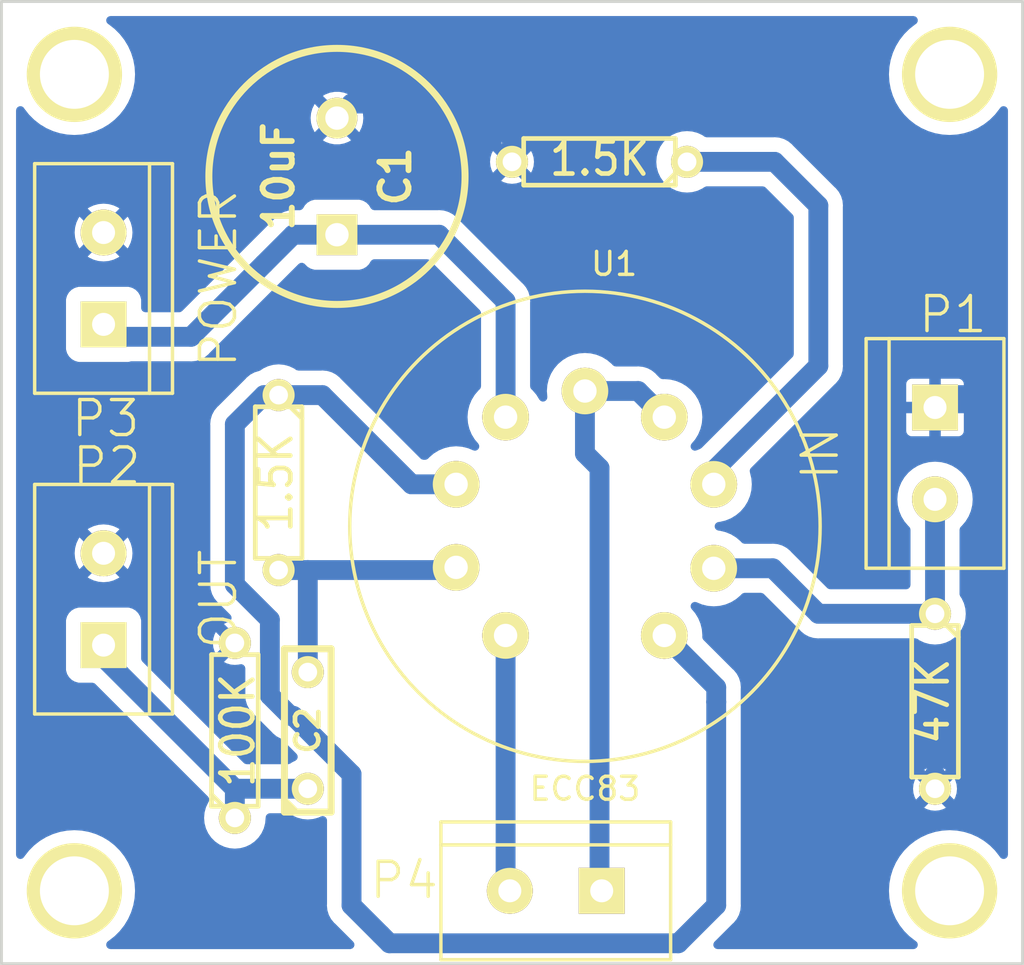
<source format=kicad_pcb>
(kicad_pcb (version 20221018) (generator pcbnew)
  (layers (0 "F.Cu" signal "Composant") (31 "B.Cu" signal "Cuivre") (34 "B.Paste" user) (35 "F.Paste" user) (36 "B.SilkS" user "B.Silkscreen") (37 "F.SilkS" user "F.Silkscreen") (38 "B.Mask" user) (39 "F.Mask" user) (44 "Edge.Cuts" user))
  (net 0 "")
  (net 1 "GND")
  (net 2 "Net-(C1-Pad1)")
  (net 3 "Net-(C2-Pad1)")
  (net 4 "Net-(C2-Pad2)")
  (net 5 "Net-(P1-Pad2)")
  (net 6 "Net-(P4-Pad1)")
  (net 7 "Net-(P4-Pad2)")
  (net 8 "Net-(R1-Pad1)")
  (net 9 "Net-(R2-Pad1)")
  (net 10 "Net-(P5-Pad1)")
  (net 11 "Net-(P6-Pad1)")
  (net 12 "Net-(P7-Pad1)")
  (net 13 "Net-(P8-Pad1)")
  (footprint "discret:C2V10" (layer "F.Cu") (at 138.43 98.425 90)
    (fp_text reference "C1" (at 0 2.54 90) (layer "F.SilkS") (effects (font (size 1.27 1.27) (thickness 0.254))))
    (fp_text value "10uF" (at 0 -2.54 90) (layer "F.SilkS") (effects (font (size 1.27 1.27) (thickness 0.254))))
    (fp_circle (center 0 0) (end 4.826 -2.794) (stroke (width 0.3048)) (fill none) (layer "F.SilkS"))
    (pad "1" thru_hole rect (at -2.54 0 90) (size 1.778 1.778) (drill 1.016) (layers "*.Cu" "*.Mask" "F.SilkS") (net 2 "Net-(C1-Pad1)"))
    (pad "2" thru_hole circle (at 2.54 0 90) (size 1.778 1.778) (drill 1.016) (layers "*.Cu" "*.Mask" "F.SilkS") (net 1 "GND"))
  )
  (footprint "discret:C2" (layer "F.Cu") (at 137.16 122.555 90)
    (fp_text reference "C2" (at 0 0 90) (layer "F.SilkS") (effects (font (size 1.016 1.016) (thickness 0.2032))))
    (fp_text value "680nF" hide)
    (fp_line (start -3.556 -1.016) (end 3.556 -1.016) (stroke (width 0.3048)) (layer "F.SilkS"))
    (fp_line (start -3.556 -0.508) (end -3.048 -1.016) (stroke (width 0.3048)) (layer "F.SilkS"))
    (fp_line (start -3.556 1.016) (end -3.556 -1.016) (stroke (width 0.3048)) (layer "F.SilkS"))
    (fp_line (start 3.556 -1.016) (end 3.556 1.016) (stroke (width 0.3048)) (layer "F.SilkS"))
    (fp_line (start 3.556 1.016) (end -3.556 1.016) (stroke (width 0.3048)) (layer "F.SilkS"))
    (pad "1" thru_hole circle (at -2.54 0 90) (size 1.397 1.397) (drill 0.8128) (layers "*.Cu" "*.Mask" "F.SilkS") (net 3 "Net-(C2-Pad1)"))
    (pad "2" thru_hole circle (at 2.54 0 90) (size 1.397 1.397) (drill 0.8128) (layers "*.Cu" "*.Mask" "F.SilkS") (net 4 "Net-(C2-Pad2)"))
  )
  (footprint "connect:bornier2" (layer "F.Cu") (at 164.465 110.49 -90)
    (fp_text reference "P1" (at -6.05 -0.775) (layer "F.SilkS") (effects (font (size 1.524 1.524))))
    (fp_text value "IN" (at 0 5 270) (layer "F.SilkS") (effects (font (size 1.524 1.524))))
    (fp_line (start -5 -3) (end -5 3) (stroke (width 0.15)) (layer "F.SilkS"))
    (fp_line (start -5 3) (end 5 3) (stroke (width 0.15)) (layer "F.SilkS"))
    (fp_line (start 5 -3) (end -5 -3) (stroke (width 0.15)) (layer "F.SilkS"))
    (fp_line (start 5 2) (end -5 2) (stroke (width 0.15)) (layer "F.SilkS"))
    (fp_line (start 5 3) (end 5 -3) (stroke (width 0.15)) (layer "F.SilkS"))
    (pad "1" thru_hole rect (at -2 0 270) (size 2 2) (drill 1) (layers "*.Cu" "*.Mask" "F.SilkS") (net 1 "GND"))
    (pad "2" thru_hole circle (at 2 0 270) (size 2 2) (drill 1) (layers "*.Cu" "*.Mask" "F.SilkS") (net 5 "Net-(P1-Pad2)"))
  )
  (footprint "connect:bornier2" (layer "F.Cu") (at 128.27 116.84 90)
    (fp_text reference "P2" (at 5.81 0.14 180) (layer "F.SilkS") (effects (font (size 1.524 1.524))))
    (fp_text value "OUT" (at 0 5 90) (layer "F.SilkS") (effects (font (size 1.524 1.524))))
    (fp_line (start -5 -3) (end -5 3) (stroke (width 0.15)) (layer "F.SilkS"))
    (fp_line (start -5 3) (end 5 3) (stroke (width 0.15)) (layer "F.SilkS"))
    (fp_line (start 5 -3) (end -5 -3) (stroke (width 0.15)) (layer "F.SilkS"))
    (fp_line (start 5 2) (end -5 2) (stroke (width 0.15)) (layer "F.SilkS"))
    (fp_line (start 5 3) (end 5 -3) (stroke (width 0.15)) (layer "F.SilkS"))
    (pad "1" thru_hole rect (at -2 0 90) (size 2 2) (drill 1) (layers "*.Cu" "*.Mask" "F.SilkS") (net 3 "Net-(C2-Pad1)"))
    (pad "2" thru_hole circle (at 2 0 90) (size 2 2) (drill 1) (layers "*.Cu" "*.Mask" "F.SilkS") (net 1 "GND"))
  )
  (footprint "connect:bornier2" (layer "F.Cu") (at 128.27 102.87 90)
    (fp_text reference "P3" (at -6.1 0.09 180) (layer "F.SilkS") (effects (font (size 1.524 1.524))))
    (fp_text value "POWER" (at 0 5 90) (layer "F.SilkS") (effects (font (size 1.524 1.524))))
    (fp_line (start -5 -3) (end -5 3) (stroke (width 0.15)) (layer "F.SilkS"))
    (fp_line (start -5 3) (end 5 3) (stroke (width 0.15)) (layer "F.SilkS"))
    (fp_line (start 5 -3) (end -5 -3) (stroke (width 0.15)) (layer "F.SilkS"))
    (fp_line (start 5 2) (end -5 2) (stroke (width 0.15)) (layer "F.SilkS"))
    (fp_line (start 5 3) (end 5 -3) (stroke (width 0.15)) (layer "F.SilkS"))
    (pad "1" thru_hole rect (at -2 0 90) (size 2 2) (drill 1) (layers "*.Cu" "*.Mask" "F.SilkS") (net 2 "Net-(C1-Pad1)"))
    (pad "2" thru_hole circle (at 2 0 90) (size 2 2) (drill 1) (layers "*.Cu" "*.Mask" "F.SilkS") (net 1 "GND"))
  )
  (footprint "connect:bornier2" (layer "F.Cu") (at 147.955 129.54 180)
    (fp_text reference "P4" (at 6.605 0.46 180) (layer "F.SilkS") (effects (font (size 1.524 1.524))))
    (fp_text value "CONN_2" hide)
    (fp_line (start -5 -3) (end -5 3) (stroke (width 0.15)) (layer "F.SilkS"))
    (fp_line (start -5 3) (end 5 3) (stroke (width 0.15)) (layer "F.SilkS"))
    (fp_line (start 5 -3) (end -5 -3) (stroke (width 0.15)) (layer "F.SilkS"))
    (fp_line (start 5 2) (end -5 2) (stroke (width 0.15)) (layer "F.SilkS"))
    (fp_line (start 5 3) (end 5 -3) (stroke (width 0.15)) (layer "F.SilkS"))
    (pad "1" thru_hole rect (at -2 0 180) (size 2 2) (drill 1) (layers "*.Cu" "*.Mask" "F.SilkS") (net 6 "Net-(P4-Pad1)"))
    (pad "2" thru_hole circle (at 2 0 180) (size 2 2) (drill 1) (layers "*.Cu" "*.Mask" "F.SilkS") (net 7 "Net-(P4-Pad2)"))
  )
  (footprint "connect:1pin" (layer "F.Cu") (at 127 93.98)
    (fp_text reference "P5" hide)
    (fp_text value "CONN_1" hide)
    (fp_circle (center 0 0) (end 0 -2) (stroke (width 0.15)) (fill none) (layer "F.SilkS"))
    (pad "1" thru_hole circle (at 0 0) (size 4 4) (drill 3) (layers "*.Cu" "*.Mask" "F.SilkS") (net 10 "Net-(P5-Pad1)"))
  )
  (footprint "connect:1pin" (layer "F.Cu") (at 165.1 93.98)
    (fp_text reference "P6" hide)
    (fp_text value "CONN_1" hide)
    (fp_circle (center 0 0) (end 0 -2) (stroke (width 0.15)) (fill none) (layer "F.SilkS"))
    (pad "1" thru_hole circle (at 0 0) (size 4 4) (drill 3) (layers "*.Cu" "*.Mask" "F.SilkS") (net 11 "Net-(P6-Pad1)"))
  )
  (footprint "connect:1pin" (layer "F.Cu") (at 165.1 129.54)
    (fp_text reference "P7" hide)
    (fp_text value "CONN_1" hide)
    (fp_circle (center 0 0) (end 0 -2) (stroke (width 0.15)) (fill none) (layer "F.SilkS"))
    (pad "1" thru_hole circle (at 0 0) (size 4 4) (drill 3) (layers "*.Cu" "*.Mask" "F.SilkS") (net 12 "Net-(P7-Pad1)"))
  )
  (footprint "connect:1pin" (layer "F.Cu") (at 127 129.54)
    (fp_text reference "P8" hide)
    (fp_text value "CONN_1" hide)
    (fp_circle (center 0 0) (end 0 -2) (stroke (width 0.15)) (fill none) (layer "F.SilkS"))
    (pad "1" thru_hole circle (at 0 0) (size 4 4) (drill 3) (layers "*.Cu" "*.Mask" "F.SilkS") (net 13 "Net-(P8-Pad1)"))
  )
  (footprint "discret:R3" (layer "F.Cu") (at 135.89 111.76 -90)
    (fp_text reference "R1" hide)
    (fp_text value "1.5K" (at 0 0.127 270) (layer "F.SilkS") (effects (font (size 1.397 1.27) (thickness 0.2032))))
    (fp_line (start -3.81 0) (end -3.302 0) (stroke (width 0.2032)) (layer "F.SilkS"))
    (fp_line (start -3.302 -1.016) (end -3.302 1.016) (stroke (width 0.2032)) (layer "F.SilkS"))
    (fp_line (start -3.302 -0.508) (end -2.794 -1.016) (stroke (width 0.2032)) (layer "F.SilkS"))
    (fp_line (start -3.302 1.016) (end 3.302 1.016) (stroke (width 0.2032)) (layer "F.SilkS"))
    (fp_line (start 3.302 -1.016) (end -3.302 -1.016) (stroke (width 0.2032)) (layer "F.SilkS"))
    (fp_line (start 3.302 0) (end 3.302 -1.016) (stroke (width 0.2032)) (layer "F.SilkS"))
    (fp_line (start 3.302 1.016) (end 3.302 0) (stroke (width 0.2032)) (layer "F.SilkS"))
    (fp_line (start 3.81 0) (end 3.302 0) (stroke (width 0.2032)) (layer "F.SilkS"))
    (pad "1" thru_hole circle (at -3.81 0 270) (size 1.397 1.397) (drill 0.8128) (layers "*.Cu" "*.Mask" "F.SilkS") (net 8 "Net-(R1-Pad1)"))
    (pad "2" thru_hole circle (at 3.81 0 270) (size 1.397 1.397) (drill 0.8128) (layers "*.Cu" "*.Mask" "F.SilkS") (net 4 "Net-(C2-Pad2)"))
  )
  (footprint "discret:R3" (layer "F.Cu") (at 149.86 97.79 180)
    (fp_text reference "R2" hide)
    (fp_text value "1.5K" (at 0 0.127 180) (layer "F.SilkS") (effects (font (size 1.397 1.27) (thickness 0.2032))))
    (fp_line (start -3.81 0) (end -3.302 0) (stroke (width 0.2032)) (layer "F.SilkS"))
    (fp_line (start -3.302 -1.016) (end -3.302 1.016) (stroke (width 0.2032)) (layer "F.SilkS"))
    (fp_line (start -3.302 -0.508) (end -2.794 -1.016) (stroke (width 0.2032)) (layer "F.SilkS"))
    (fp_line (start -3.302 1.016) (end 3.302 1.016) (stroke (width 0.2032)) (layer "F.SilkS"))
    (fp_line (start 3.302 -1.016) (end -3.302 -1.016) (stroke (width 0.2032)) (layer "F.SilkS"))
    (fp_line (start 3.302 0) (end 3.302 -1.016) (stroke (width 0.2032)) (layer "F.SilkS"))
    (fp_line (start 3.302 1.016) (end 3.302 0) (stroke (width 0.2032)) (layer "F.SilkS"))
    (fp_line (start 3.81 0) (end 3.302 0) (stroke (width 0.2032)) (layer "F.SilkS"))
    (pad "1" thru_hole circle (at -3.81 0 180) (size 1.397 1.397) (drill 0.8128) (layers "*.Cu" "*.Mask" "F.SilkS") (net 9 "Net-(R2-Pad1)"))
    (pad "2" thru_hole circle (at 3.81 0 180) (size 1.397 1.397) (drill 0.8128) (layers "*.Cu" "*.Mask" "F.SilkS") (net 1 "GND"))
  )
  (footprint "discret:R3" (layer "F.Cu") (at 133.985 122.555 90)
    (fp_text reference "R3" hide)
    (fp_text value "100K" (at 0 0.127 90) (layer "F.SilkS") (effects (font (size 1.397 1.27) (thickness 0.2032))))
    (fp_line (start -3.81 0) (end -3.302 0) (stroke (width 0.2032)) (layer "F.SilkS"))
    (fp_line (start -3.302 -1.016) (end -3.302 1.016) (stroke (width 0.2032)) (layer "F.SilkS"))
    (fp_line (start -3.302 -0.508) (end -2.794 -1.016) (stroke (width 0.2032)) (layer "F.SilkS"))
    (fp_line (start -3.302 1.016) (end 3.302 1.016) (stroke (width 0.2032)) (layer "F.SilkS"))
    (fp_line (start 3.302 -1.016) (end -3.302 -1.016) (stroke (width 0.2032)) (layer "F.SilkS"))
    (fp_line (start 3.302 0) (end 3.302 -1.016) (stroke (width 0.2032)) (layer "F.SilkS"))
    (fp_line (start 3.302 1.016) (end 3.302 0) (stroke (width 0.2032)) (layer "F.SilkS"))
    (fp_line (start 3.81 0) (end 3.302 0) (stroke (width 0.2032)) (layer "F.SilkS"))
    (pad "1" thru_hole circle (at -3.81 0 90) (size 1.397 1.397) (drill 0.8128) (layers "*.Cu" "*.Mask" "F.SilkS") (net 3 "Net-(C2-Pad1)"))
    (pad "2" thru_hole circle (at 3.81 0 90) (size 1.397 1.397) (drill 0.8128) (layers "*.Cu" "*.Mask" "F.SilkS") (net 1 "GND"))
  )
  (footprint "discret:R3" (layer "F.Cu") (at 164.465 121.285 -90)
    (fp_text reference "R4" hide)
    (fp_text value "47K" (at 0 0.127 270) (layer "F.SilkS") (effects (font (size 1.397 1.27) (thickness 0.2032))))
    (fp_line (start -3.81 0) (end -3.302 0) (stroke (width 0.2032)) (layer "F.SilkS"))
    (fp_line (start -3.302 -1.016) (end -3.302 1.016) (stroke (width 0.2032)) (layer "F.SilkS"))
    (fp_line (start -3.302 -0.508) (end -2.794 -1.016) (stroke (width 0.2032)) (layer "F.SilkS"))
    (fp_line (start -3.302 1.016) (end 3.302 1.016) (stroke (width 0.2032)) (layer "F.SilkS"))
    (fp_line (start 3.302 -1.016) (end -3.302 -1.016) (stroke (width 0.2032)) (layer "F.SilkS"))
    (fp_line (start 3.302 0) (end 3.302 -1.016) (stroke (width 0.2032)) (layer "F.SilkS"))
    (fp_line (start 3.302 1.016) (end 3.302 0) (stroke (width 0.2032)) (layer "F.SilkS"))
    (fp_line (start 3.81 0) (end 3.302 0) (stroke (width 0.2032)) (layer "F.SilkS"))
    (pad "1" thru_hole circle (at -3.81 0 270) (size 1.397 1.397) (drill 0.8128) (layers "*.Cu" "*.Mask" "F.SilkS") (net 5 "Net-(P1-Pad2)"))
    (pad "2" thru_hole circle (at 3.81 0 270) (size 1.397 1.397) (drill 0.8128) (layers "*.Cu" "*.Mask" "F.SilkS") (net 1 "GND"))
  )
  (footprint "Valves:VALVE-ECC-83-1" (layer "F.Cu") (at 149.225 113.665)
    (fp_text reference "U1" (at 1.27 -11.43) (layer "F.SilkS"))
    (fp_text value "ECC83" (at 0 11.43) (layer "F.SilkS"))
    (fp_circle (center 0 0) (end 10.16 1.27) (stroke (width 0.15)) (fill none) (layer "F.SilkS"))
    (pad "1" thru_hole circle (at 3.4544 4.75488) (size 2.032 2.032) (drill 1.016) (layers "*.Cu" "*.Mask" "F.SilkS") (net 8 "Net-(R1-Pad1)"))
    (pad "2" thru_hole circle (at 5.60832 1.8288) (size 2.032 2.032) (drill 1.016) (layers "*.Cu" "*.Mask" "F.SilkS") (net 5 "Net-(P1-Pad2)"))
    (pad "3" thru_hole circle (at 5.60832 -1.8288) (size 2.032 2.032) (drill 1.016) (layers "*.Cu" "*.Mask" "F.SilkS") (net 9 "Net-(R2-Pad1)"))
    (pad "4" thru_hole circle (at 3.4544 -4.75488) (size 2.032 2.032) (drill 1.016) (layers "*.Cu" "*.Mask" "F.SilkS") (net 6 "Net-(P4-Pad1)"))
    (pad "5" thru_hole circle (at 0 -5.8928) (size 2.032 2.032) (drill 1.016) (layers "*.Cu" "*.Mask" "F.SilkS") (net 6 "Net-(P4-Pad1)"))
    (pad "6" thru_hole circle (at -3.4544 -4.75488) (size 2.032 2.032) (drill 1.016) (layers "*.Cu" "*.Mask" "F.SilkS") (net 2 "Net-(C1-Pad1)"))
    (pad "7" thru_hole circle (at -5.60832 -1.8288) (size 2.032 2.032) (drill 1.016) (layers "*.Cu" "*.Mask" "F.SilkS") (net 8 "Net-(R1-Pad1)"))
    (pad "8" thru_hole circle (at -5.60832 1.78816) (size 2.032 2.032) (drill 1.016) (layers "*.Cu" "*.Mask" "F.SilkS") (net 4 "Net-(C2-Pad2)"))
    (pad "9" thru_hole circle (at -3.4544 4.75488) (size 2.032 2.032) (drill 1.016) (layers "*.Cu" "*.Mask" "F.SilkS") (net 7 "Net-(P4-Pad2)"))
  )
  (gr_line (start 168.275 90.805) (end 168.275 132.715) (stroke (width 0.127)) (layer "Edge.Cuts"))
  (gr_line (start 168.275 90.805) (end 123.825 90.805) (stroke (width 0.127)) (layer "Edge.Cuts"))
  (gr_line (start 123.825 132.715) (end 168.275 132.715) (stroke (width 0.127)) (layer "Edge.Cuts"))
  (gr_line (start 123.825 90.805) (end 123.825 132.715) (stroke (width 0.127)) (layer "Edge.Cuts"))
  (segment (start 142.24 95.25) (end 146.05 95.25) (width 0.8636) (layer "B.Cu") (net 1))
  (segment (start 164.465 125.095) (end 164.465 124.46) (width 0.8636) (layer "B.Cu") (net 1))
  (segment (start 164.465 107.95) (end 165.735 107.95) (width 0.8636) (layer "B.Cu") (net 1))
  (segment (start 138.43 95.885) (end 139.065 95.25) (width 0.8636) (layer "B.Cu") (net 1))
  (segment (start 139.065 95.25) (end 142.24 95.25) (width 0.8636) (layer "B.Cu") (net 1))
  (segment (start 146.05 97.79) (end 146.05 95.25) (width 0.8636) (layer "B.Cu") (net 1))
  (segment (start 138.43 100.965) (end 136.525 100.965) (width 0.8636) (layer "B.Cu") (net 2))
  (segment (start 128.27 105.41) (end 132.08 105.41) (width 0.8636) (layer "B.Cu") (net 2))
  (segment (start 132.08 105.41) (end 135.255 102.235) (width 0.8636) (layer "B.Cu") (net 2))
  (segment (start 142.875 100.965) (end 138.43 100.965) (width 0.8636) (layer "B.Cu") (net 2))
  (segment (start 145.7706 108.91012) (end 145.7706 103.8606) (width 0.8636) (layer "B.Cu") (net 2))
  (segment (start 136.525 100.965) (end 135.255 102.235) (width 0.8636) (layer "B.Cu") (net 2))
  (segment (start 145.7706 103.8606) (end 142.875 100.965) (width 0.8636) (layer "B.Cu") (net 2))
  (segment (start 133.985 125.095) (end 128.27 119.38) (width 0.8636) (layer "B.Cu") (net 3))
  (segment (start 133.985 126.365) (end 133.985 125.095) (width 0.8636) (layer "B.Cu") (net 3))
  (segment (start 137.16 125.095) (end 133.985 125.095) (width 0.8636) (layer "B.Cu") (net 3))
  (segment (start 135.89 115.57) (end 137.16 115.57) (width 0.8636) (layer "B.Cu") (net 4))
  (segment (start 143.49984 115.57) (end 143.61668 115.45316) (width 0.8636) (layer "B.Cu") (net 4))
  (segment (start 137.16 120.015) (end 137.16 115.57) (width 0.8636) (layer "B.Cu") (net 4))
  (segment (start 137.16 115.57) (end 143.49984 115.57) (width 0.8636) (layer "B.Cu") (net 4))
  (segment (start 164.465 117.475) (end 164.465 113.03) (width 0.8636) (layer "B.Cu") (net 5))
  (segment (start 154.83332 115.4938) (end 157.4038 115.4938) (width 0.8636) (layer "B.Cu") (net 5))
  (segment (start 159.385 117.475) (end 164.465 117.475) (width 0.8636) (layer "B.Cu") (net 5))
  (segment (start 157.4038 115.4938) (end 159.385 117.475) (width 0.8636) (layer "B.Cu") (net 5))
  (segment (start 149.225 107.7722) (end 151.54148 107.7722) (width 0.8636) (layer "B.Cu") (net 6))
  (segment (start 149.86 111.125) (end 149.86 128.905) (width 0.8636) (layer "B.Cu") (net 6))
  (segment (start 151.54148 107.7722) (end 152.6794 108.91012) (width 0.8636) (layer "B.Cu") (net 6))
  (segment (start 149.225 107.7722) (end 149.225 110.49) (width 0.8636) (layer "B.Cu") (net 6))
  (segment (start 149.225 110.49) (end 149.86 111.125) (width 0.8636) (layer "B.Cu") (net 6))
  (segment (start 149.86 128.905) (end 150.495 129.54) (width 0.8636) (layer "B.Cu") (net 6))
  (segment (start 145.7706 118.41988) (end 145.7706 129.1844) (width 0.8636) (layer "B.Cu") (net 7))
  (segment (start 145.7706 129.1844) (end 145.415 129.54) (width 0.8636) (layer "B.Cu") (net 7))
  (segment (start 135.89 107.95) (end 135.255 107.95) (width 0.8636) (layer "B.Cu") (net 8))
  (segment (start 139.065 124.46) (end 139.065 130.175) (width 0.8636) (layer "B.Cu") (net 8))
  (segment (start 136.525 121.92) (end 139.065 124.46) (width 0.8636) (layer "B.Cu") (net 8))
  (segment (start 139.065 130.175) (end 140.335 131.445) (width 0.8636) (layer "B.Cu") (net 8))
  (segment (start 135.89 107.95) (end 137.795 107.95) (width 0.8636) (layer "B.Cu") (net 8))
  (segment (start 154.94 121.31548) (end 154.94 121.31548) (width 0.8636) (layer "B.Cu") (net 8))
  (segment (start 154.94 120.68048) (end 152.6794 118.41988) (width 0.8636) (layer "B.Cu") (net 8))
  (segment (start 133.985 109.22) (end 133.985 116.205) (width 0.8636) (layer "B.Cu") (net 8))
  (segment (start 140.335 131.445) (end 140.716 131.826) (width 0.8636) (layer "B.Cu") (net 8))
  (segment (start 135.255 107.95) (end 133.985 109.22) (width 0.8636) (layer "B.Cu") (net 8))
  (segment (start 135.509 117.729) (end 133.985 116.205) (width 0.8636) (layer "B.Cu") (net 8))
  (segment (start 140.716 131.826) (end 153.289 131.826) (width 0.8636) (layer "B.Cu") (net 8))
  (segment (start 143.61668 111.8362) (end 141.6812 111.8362) (width 0.8636) (layer "B.Cu") (net 8))
  (segment (start 136.398 121.92) (end 135.509 121.031) (width 0.8636) (layer "B.Cu") (net 8))
  (segment (start 141.6812 111.8362) (end 137.795 107.95) (width 0.8636) (layer "B.Cu") (net 8))
  (segment (start 153.289 131.826) (end 154.94 130.175) (width 0.8636) (layer "B.Cu") (net 8))
  (segment (start 135.509 121.031) (end 135.509 117.729) (width 0.8636) (layer "B.Cu") (net 8))
  (segment (start 154.94 130.175) (end 154.94 121.31548) (width 0.8636) (layer "B.Cu") (net 8))
  (segment (start 154.94 121.31548) (end 154.94 120.68048) (width 0.8636) (layer "B.Cu") (net 8))
  (segment (start 136.525 121.92) (end 136.398 121.92) (width 0.8636) (layer "B.Cu") (net 8))
  (segment (start 157.48 97.79) (end 159.385 99.695) (width 0.8636) (layer "B.Cu") (net 9))
  (segment (start 153.67 97.79) (end 157.48 97.79) (width 0.8636) (layer "B.Cu") (net 9))
  (segment (start 159.385 106.68) (end 159.385 99.695) (width 0.8636) (layer "B.Cu") (net 9))
  (segment (start 154.83332 111.23168) (end 159.385 106.68) (width 0.8636) (layer "B.Cu") (net 9))
  (segment (start 154.83332 111.8362) (end 154.83332 111.23168) (width 0.8636) (layer "B.Cu") (net 9))
  (zone (net 1) (net_name "GND") (layer "B.Cu") (connect_pads (clearance 0.635)) (min_thickness 0.381) (fill yes (thermal_gap 0.254) (thermal_bridge_width 0.50038))
    (polygon (pts (xy 167.64 132.08) (xy 167.64 91.44) (xy 124.46 91.44) (xy 124.46 132.08)))
  )
)
</source>
